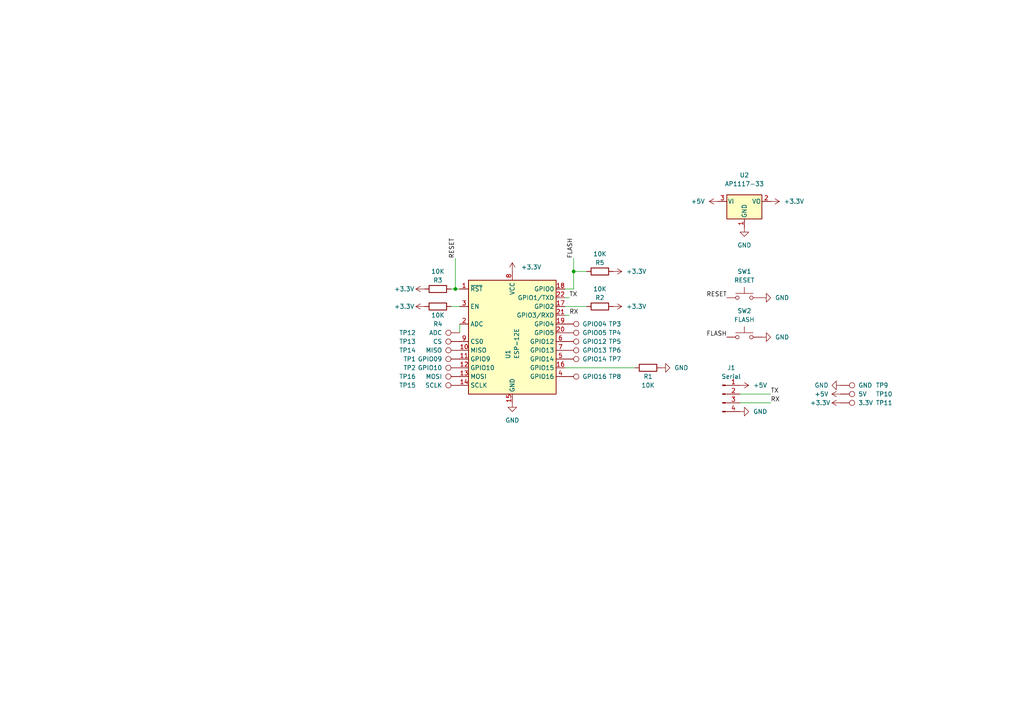
<source format=kicad_sch>
(kicad_sch (version 20230121) (generator eeschema)
  (paper "A4")
  (lib_symbols
    (symbol "Connector:Conn_01x04_Male" (pin_names (offset 1.016) hide)
      (property "Reference" "J" (at 0 5.08 0))
      (property "Value" "Conn_01x04_Male" (at 0 -7.62 0))
      (symbol "Conn_01x04_Male_1_1"
        (polyline (pts (xy 1.27 -5.08) (xy 0.8636 -5.08)) (stroke (width 0.1524)))
        (polyline (pts (xy 1.27 -2.54) (xy 0.8636 -2.54)) (stroke (width 0.1524)))
        (polyline (pts (xy 1.27 0) (xy 0.8636 0)) (stroke (width 0.1524)))
        (polyline (pts (xy 1.27 2.54) (xy 0.8636 2.54)) (stroke (width 0.1524)))
        (rectangle (start 0.8636 -4.953) (end 0 -5.207) (stroke (width 0.1524)) (fill (type outline)))
        (rectangle (start 0.8636 -2.413) (end 0 -2.667) (stroke (width 0.1524)) (fill (type outline)))
        (rectangle (start 0.8636 0.127) (end 0 -0.127) (stroke (width 0.1524)) (fill (type outline)))
        (rectangle (start 0.8636 2.667) (end 0 2.413) (stroke (width 0.1524)) (fill (type outline)))
        (pin passive line (at 5.08 2.54 180) (length 3.81) (name "Pin_1") (number "1"))
        (pin passive line (at 5.08 0 180) (length 3.81) (name "Pin_2") (number "2"))
        (pin passive line (at 5.08 -2.54 180) (length 3.81) (name "Pin_3") (number "3"))
        (pin passive line (at 5.08 -5.08 180) (length 3.81) (name "Pin_4") (number "4"))
      )
    )
    (symbol "Connector:TestPoint" (pin_numbers hide) (pin_names (offset 0.762) hide)
      (property "Reference" "TP" (at 0 6.858 0))
      (property "Value" "TestPoint" (at 0 5.08 0))
      (symbol "TestPoint_0_1"
        (circle (center 0 3.302) (radius 0.762))
      )
      (symbol "TestPoint_1_1"
        (pin passive line (at 0 0 90) (length 2.54) (name "1") (number "1"))
      )
    )
    (symbol "Device:R" (pin_numbers hide) (pin_names (offset 0))
      (property "Reference" "R" (at 2.032 0 90))
      (property "Value" "R" (at 0 0 90))
      (symbol "R_0_1"
        (rectangle (start -1.016 -2.54) (end 1.016 2.54) (stroke (width 0.254)))
      )
      (symbol "R_1_1"
        (pin passive line (at 0 3.81 270) (length 1.27) (name "~") (number "1"))
        (pin passive line (at 0 -3.81 90) (length 1.27) (name "~") (number "2"))
      )
    )
    (symbol "RF_Module:ESP-12E"
      (property "Reference" "U" (at -12.7 19.05 0))
      (property "Value" "ESP-12E" (at 12.7 19.05 0))
      (symbol "ESP-12E_0_1"
        (rectangle (start -12.7 17.78) (end 12.7 -15.24) (stroke (width 0.254)) (fill (type background)))
      )
      (symbol "ESP-12E_1_1"
        (pin input line (at -15.24 15.24 0) (length 2.54) (name "~{RST}") (number "1"))
        (pin bidirectional line (at -15.24 -2.54 0) (length 2.54) (name "MISO") (number "10"))
        (pin bidirectional line (at -15.24 -5.08 0) (length 2.54) (name "GPIO9") (number "11"))
        (pin bidirectional line (at -15.24 -7.62 0) (length 2.54) (name "GPIO10") (number "12"))
        (pin bidirectional line (at -15.24 -10.16 0) (length 2.54) (name "MOSI") (number "13"))
        (pin bidirectional line (at -15.24 -12.7 0) (length 2.54) (name "SCLK") (number "14"))
        (pin power_in line (at 0 -17.78 90) (length 2.54) (name "GND") (number "15"))
        (pin bidirectional line (at 15.24 -7.62 180) (length 2.54) (name "GPIO15") (number "16"))
        (pin bidirectional line (at 15.24 10.16 180) (length 2.54) (name "GPIO2") (number "17"))
        (pin bidirectional line (at 15.24 15.24 180) (length 2.54) (name "GPIO0") (number "18"))
        (pin bidirectional line (at 15.24 5.08 180) (length 2.54) (name "GPIO4") (number "19"))
        (pin input line (at -15.24 5.08 0) (length 2.54) (name "ADC") (number "2"))
        (pin bidirectional line (at 15.24 2.54 180) (length 2.54) (name "GPIO5") (number "20"))
        (pin bidirectional line (at 15.24 7.62 180) (length 2.54) (name "GPIO3/RXD") (number "21"))
        (pin bidirectional line (at 15.24 12.7 180) (length 2.54) (name "GPIO1/TXD") (number "22"))
        (pin input line (at -15.24 10.16 0) (length 2.54) (name "EN") (number "3"))
        (pin bidirectional line (at 15.24 -10.16 180) (length 2.54) (name "GPIO16") (number "4"))
        (pin bidirectional line (at 15.24 -5.08 180) (length 2.54) (name "GPIO14") (number "5"))
        (pin bidirectional line (at 15.24 0 180) (length 2.54) (name "GPIO12") (number "6"))
        (pin bidirectional line (at 15.24 -2.54 180) (length 2.54) (name "GPIO13") (number "7"))
        (pin power_in line (at 0 20.32 270) (length 2.54) (name "VCC") (number "8"))
        (pin input line (at -15.24 0 0) (length 2.54) (name "CS0") (number "9"))
      )
    )
    (symbol "Regulator_Linear:AP1117-33" (pin_names (offset 0.254))
      (property "Reference" "U" (at -3.81 3.175 0))
      (property "Value" "AP1117-33" (at 0 3.175 0))
      (symbol "AP1117-33_0_1"
        (rectangle (start -5.08 -5.08) (end 5.08 1.905) (stroke (width 0.254)) (fill (type background)))
      )
      (symbol "AP1117-33_1_1"
        (pin power_in line (at 0 -7.62 90) (length 2.54) (name "GND") (number "1"))
        (pin power_out line (at 7.62 0 180) (length 2.54) (name "VO") (number "2"))
        (pin power_in line (at -7.62 0 0) (length 2.54) (name "VI") (number "3"))
      )
    )
    (symbol "Switch:SW_Push" (pin_numbers hide) (pin_names (offset 1.016) hide)
      (property "Reference" "SW" (at 1.27 2.54 0))
      (property "Value" "SW_Push" (at 0 -1.524 0))
      (symbol "SW_Push_0_1"
        (circle (center -2.032 0) (radius 0.508))
        (polyline (pts (xy 0 1.27) (xy 0 3.048)))
        (polyline (pts (xy 2.54 1.27) (xy -2.54 1.27)))
        (circle (center 2.032 0) (radius 0.508))
        (pin passive line (at -5.08 0 0) (length 2.54) (name "1") (number "1"))
        (pin passive line (at 5.08 0 180) (length 2.54) (name "2") (number "2"))
      )
    )
    (symbol "power:+3.3V" (power) (pin_names (offset 0))
      (property "Value" "+3.3V" (at 0 3.556 0))
      (symbol "+3.3V_0_1"
        (polyline (pts (xy -0.762 1.27) (xy 0 2.54)))
        (polyline (pts (xy 0 0) (xy 0 2.54)))
        (polyline (pts (xy 0 2.54) (xy 0.762 1.27)))
      )
      (symbol "+3.3V_1_1"
        (pin power_in line (at 0 0 90) (length 0) hide (name "+3.3V") (number "1"))
      )
    )
    (symbol "power:+5V" (power) (pin_names (offset 0))
      (property "Value" "+5V" (at 0 3.556 0))
      (symbol "+5V_0_1"
        (polyline (pts (xy -0.762 1.27) (xy 0 2.54)))
        (polyline (pts (xy 0 0) (xy 0 2.54)))
        (polyline (pts (xy 0 2.54) (xy 0.762 1.27)))
      )
      (symbol "+5V_1_1"
        (pin power_in line (at 0 0 90) (length 0) hide (name "+5V") (number "1"))
      )
    )
    (symbol "power:GND" (power) (pin_names (offset 0))
      (property "Value" "GND" (at 0 -3.81 0))
      (symbol "GND_0_1"
        (polyline (pts (xy 0 0) (xy 0 -1.27) (xy 1.27 -1.27) (xy 0 -2.54) (xy -1.27 -1.27) (xy 0 -1.27)))
      )
      (symbol "GND_1_1"
        (pin power_in line (at 0 0 270) (length 0) hide (name "GND") (number "1"))
      )
    )
  )
  (junction (at 132.08 83.82))
  (junction (at 166.37 78.74))
  (wire (pts (xy 163.83 91.44) (xy 165.1 91.44)))
  (wire (pts (xy 133.35 93.98) (xy 133.35 96.52)))
  (wire (pts (xy 130.81 88.9) (xy 133.35 88.9)))
  (wire (pts (xy 170.18 88.9) (xy 163.83 88.9)))
  (wire (pts (xy 130.81 83.82) (xy 132.08 83.82)))
  (wire (pts (xy 166.37 74.93) (xy 166.37 78.74)))
  (wire (pts (xy 184.15 106.68) (xy 163.83 106.68)))
  (wire (pts (xy 223.52 114.3) (xy 214.63 114.3)))
  (wire (pts (xy 163.83 86.36) (xy 165.1 86.36)))
  (wire (pts (xy 166.37 83.82) (xy 166.37 78.74)))
  (wire (pts (xy 166.37 78.74) (xy 170.18 78.74)))
  (wire (pts (xy 163.83 83.82) (xy 166.37 83.82)))
  (wire (pts (xy 132.08 74.93) (xy 132.08 83.82)))
  (wire (pts (xy 132.08 83.82) (xy 133.35 83.82)))
  (wire (pts (xy 214.63 116.84) (xy 223.52 116.84)))
  (label "RESET" (at 132.08 74.93 90))
  (label "FLASH" (at 166.37 74.93 90))
  (label "TX" (at 165.1 86.36 0))
  (label "FLASH" (at 210.82 97.79 180))
  (label "RX" (at 223.52 116.84 0))
  (label "RESET" (at 210.82 86.36 180))
  (label "RX" (at 165.1 91.44 0))
  (label "TX" (at 223.52 114.3 0))
  (symbol (lib_id "power:+3.3V") (at 177.8 88.9 270) (unit 1)
    (property "Reference" "#PWR0103" (effects hide))
    (property "Value" "+3.3V" (at 181.61 88.8999 90) (effects (justify left)))
  )
  (symbol (lib_id "Device:R") (at 173.99 78.74 90) (unit 1)
    (property "Reference" "R5" (at 173.99 76.2 90))
    (property "Value" "10K" (at 173.99 73.66 90))
    (property "Footprint" "Resistor_SMD:R_1206_3216Metric_Pad1.30x1.75mm_HandSolder" (effects hide))
  )
  (symbol (lib_id "Switch:SW_Push") (at 215.9 86.36 0) (unit 1)
    (property "Reference" "SW1" (at 215.9 78.74 0))
    (property "Value" "RESET" (at 215.9 81.28 0))
    (property "Footprint" "Button_Switch_SMD:SW_SPST_FSMSM" (effects hide))
  )
  (symbol (lib_id "Connector:TestPoint") (at 133.35 104.14 90) (unit 1)
    (property "Reference" "TP1" (at 120.65 104.1399 90) (effects (justify left)))
    (property "Value" "GPIO09" (at 128.27 104.14 90) (effects (justify left)))
    (property "Footprint" "TestPoint:TestPoint_Pad_D2.0mm" (effects hide))
  )
  (symbol (lib_id "Device:R") (at 127 88.9 90) (unit 1)
    (property "Reference" "R4" (at 127 93.98 90))
    (property "Value" "10K" (at 127 91.44 90))
    (property "Footprint" "Resistor_SMD:R_1206_3216Metric_Pad1.30x1.75mm_HandSolder" (effects hide))
  )
  (symbol (lib_id "power:GND") (at 148.59 116.84 0) (unit 1)
    (property "Reference" "#PWR0101" (effects hide))
    (property "Value" "GND" (at 148.59 121.92 0))
  )
  (symbol (lib_id "power:+5V") (at 208.28 58.42 90) (unit 1)
    (property "Reference" "#PWR0111" (effects hide))
    (property "Value" "+5V" (at 204.47 58.4199 90) (effects (justify left)))
  )
  (symbol (lib_id "Connector:TestPoint") (at 163.83 109.22 270) (unit 1)
    (property "Reference" "TP8" (at 176.53 109.2201 90) (effects (justify left)))
    (property "Value" "GPIO16" (at 168.91 109.22 90) (effects (justify left)))
    (property "Footprint" "TestPoint:TestPoint_Pad_D2.0mm" (effects hide))
  )
  (symbol (lib_id "Connector:TestPoint") (at 163.83 104.14 270) (unit 1)
    (property "Reference" "TP7" (at 176.53 104.1401 90) (effects (justify left)))
    (property "Value" "GPIO14" (at 168.91 104.14 90) (effects (justify left)))
    (property "Footprint" "TestPoint:TestPoint_Pad_D2.0mm" (effects hide))
  )
  (symbol (lib_id "Connector:TestPoint") (at 133.35 99.06 90) (unit 1)
    (property "Reference" "TP13" (at 120.65 99.06 90) (effects (justify left)))
    (property "Value" "CS" (at 128.27 99.06 90) (effects (justify left)))
    (property "Footprint" "TestPoint:TestPoint_Pad_D2.0mm" (effects hide))
  )
  (symbol (lib_id "Connector:TestPoint") (at 133.35 109.22 90) (unit 1)
    (property "Reference" "TP16" (at 120.65 109.22 90) (effects (justify left)))
    (property "Value" "MOSI" (at 128.27 109.22 90) (effects (justify left)))
    (property "Footprint" "TestPoint:TestPoint_Pad_D2.0mm" (effects hide))
  )
  (symbol (lib_id "power:GND") (at 215.9 66.04 0) (unit 1)
    (property "Reference" "#PWR0110" (effects hide))
    (property "Value" "GND" (at 215.9 71.12 0))
  )
  (symbol (lib_id "power:+3.3V") (at 123.19 88.9 90) (unit 1)
    (property "Reference" "#PWR0104" (effects hide))
    (property "Value" "+3.3V" (at 114.3 88.9 90) (effects (justify right)))
  )
  (symbol (lib_id "Device:R") (at 127 83.82 90) (unit 1)
    (property "Reference" "R3" (at 127 81.28 90))
    (property "Value" "10K" (at 127 78.74 90))
    (property "Footprint" "Resistor_SMD:R_1206_3216Metric_Pad1.30x1.75mm_HandSolder" (effects hide))
  )
  (symbol (lib_id "power:GND") (at 220.98 97.79 90) (unit 1)
    (property "Reference" "#PWR0109" (effects hide))
    (property "Value" "GND" (at 224.79 97.7899 90) (effects (justify right)))
  )
  (symbol (lib_id "Device:R") (at 173.99 88.9 90) (unit 1)
    (property "Reference" "R2" (at 173.99 86.36 90))
    (property "Value" "10K" (at 173.99 83.82 90))
    (property "Footprint" "Resistor_SMD:R_1206_3216Metric_Pad1.30x1.75mm_HandSolder" (effects hide))
  )
  (symbol (lib_id "Connector:TestPoint") (at 243.84 114.3 270) (unit 1)
    (property "Reference" "TP10" (at 254 114.3 90) (effects (justify left)))
    (property "Value" "5V" (at 248.92 114.3 90) (effects (justify left)))
    (property "Footprint" "TestPoint:TestPoint_Pad_D2.0mm" (effects hide))
  )
  (symbol (lib_id "Connector:TestPoint") (at 133.35 101.6 90) (unit 1)
    (property "Reference" "TP14" (at 120.65 101.6 90) (effects (justify left)))
    (property "Value" "MISO" (at 128.27 101.6 90) (effects (justify left)))
    (property "Footprint" "TestPoint:TestPoint_Pad_D2.0mm" (effects hide))
  )
  (symbol (lib_id "power:GND") (at 191.77 106.68 90) (unit 1)
    (property "Reference" "#PWR0102" (effects hide))
    (property "Value" "GND" (at 195.58 106.6799 90) (effects (justify right)))
  )
  (symbol (lib_id "Connector:TestPoint") (at 243.84 116.84 270) (unit 1)
    (property "Reference" "TP11" (at 254 116.84 90) (effects (justify left)))
    (property "Value" "3.3V" (at 248.92 116.84 90) (effects (justify left)))
    (property "Footprint" "TestPoint:TestPoint_Pad_D2.0mm" (effects hide))
  )
  (symbol (lib_id "power:+3.3V") (at 148.59 78.74 0) (unit 1)
    (property "Reference" "#PWR0107" (effects hide))
    (property "Value" "+3.3V" (at 151.13 77.4699 0) (effects (justify left)))
  )
  (symbol (lib_id "power:+5V") (at 243.84 114.3 90) (unit 1)
    (property "Reference" "#PWR0115" (effects hide))
    (property "Value" "+5V" (at 236.22 114.3 90) (effects (justify right)))
  )
  (symbol (lib_id "Connector:TestPoint") (at 133.35 111.76 90) (unit 1)
    (property "Reference" "TP15" (at 120.65 111.76 90) (effects (justify left)))
    (property "Value" "SCLK" (at 128.27 111.76 90) (effects (justify left)))
    (property "Footprint" "TestPoint:TestPoint_Pad_D2.0mm" (effects hide))
  )
  (symbol (lib_id "Connector:TestPoint") (at 133.35 96.52 90) (unit 1)
    (property "Reference" "TP12" (at 120.65 96.52 90) (effects (justify left)))
    (property "Value" "ADC" (at 128.27 96.52 90) (effects (justify left)))
    (property "Footprint" "TestPoint:TestPoint_Pad_D2.0mm" (effects hide))
  )
  (symbol (lib_id "power:+5V") (at 214.63 111.76 270) (unit 1)
    (property "Reference" "#PWR0113" (effects hide))
    (property "Value" "+5V" (at 218.44 111.7599 90) (effects (justify left)))
  )
  (symbol (lib_id "power:GND") (at 220.98 86.36 90) (unit 1)
    (property "Reference" "#PWR0108" (effects hide))
    (property "Value" "GND" (at 224.79 86.3599 90) (effects (justify right)))
  )
  (symbol (lib_id "Connector:TestPoint") (at 243.84 111.76 270) (unit 1)
    (property "Reference" "TP9" (at 254 111.76 90) (effects (justify left)))
    (property "Value" "GND" (at 248.92 111.76 90) (effects (justify left)))
    (property "Footprint" "TestPoint:TestPoint_Pad_D2.0mm" (effects hide))
  )
  (symbol (lib_id "Connector:Conn_01x04_Male") (at 209.55 114.3 0) (unit 1)
    (property "Reference" "J1" (at 212.09 106.68 0))
    (property "Value" "Serial" (at 212.09 109.22 0))
    (property "Footprint" "Connector_PinHeader_2.54mm:PinHeader_1x04_P2.54mm_Vertical" (effects hide))
  )
  (symbol (lib_id "Connector:TestPoint") (at 163.83 99.06 270) (unit 1)
    (property "Reference" "TP5" (at 176.53 99.0601 90) (effects (justify left)))
    (property "Value" "GPIO12" (at 168.91 99.06 90) (effects (justify left)))
    (property "Footprint" "TestPoint:TestPoint_Pad_D2.0mm" (effects hide))
  )
  (symbol (lib_id "Connector:TestPoint") (at 163.83 101.6 270) (unit 1)
    (property "Reference" "TP6" (at 176.53 101.6001 90) (effects (justify left)))
    (property "Value" "GPIO13" (at 168.91 101.6 90) (effects (justify left)))
    (property "Footprint" "TestPoint:TestPoint_Pad_D2.0mm" (effects hide))
  )
  (symbol (lib_id "Connector:TestPoint") (at 163.83 96.52 270) (unit 1)
    (property "Reference" "TP4" (at 176.53 96.5201 90) (effects (justify left)))
    (property "Value" "GPIO05" (at 168.91 96.52 90) (effects (justify left)))
    (property "Footprint" "TestPoint:TestPoint_Pad_D2.0mm" (effects hide))
  )
  (symbol (lib_id "Regulator_Linear:AP1117-33") (at 215.9 58.42 0) (unit 1)
    (property "Reference" "U2" (at 215.9 50.8 0))
    (property "Value" "AP1117-33" (at 215.9 53.34 0))
    (property "Footprint" "Package_TO_SOT_SMD:SOT-223-3_TabPin2" (effects hide))
    (property "Datasheet" "http://www.diodes.com/datasheets/AP1117.pdf" (effects hide))
  )
  (symbol (lib_id "power:+3.3V") (at 177.8 78.74 270) (unit 1)
    (property "Reference" "#PWR0106" (effects hide))
    (property "Value" "+3.3V" (at 181.61 78.7399 90) (effects (justify left)))
  )
  (symbol (lib_id "power:+3.3V") (at 223.52 58.42 270) (unit 1)
    (property "Reference" "#PWR0112" (effects hide))
    (property "Value" "+3.3V" (at 227.33 58.4199 90) (effects (justify left)))
  )
  (symbol (lib_id "Connector:TestPoint") (at 133.35 106.68 90) (unit 1)
    (property "Reference" "TP2" (at 120.65 106.6799 90) (effects (justify left)))
    (property "Value" "GPIO10" (at 128.27 106.68 90) (effects (justify left)))
    (property "Footprint" "TestPoint:TestPoint_Pad_D2.0mm" (effects hide))
  )
  (symbol (lib_id "RF_Module:ESP-12E") (at 148.59 99.06 0) (unit 1)
    (property "Reference" "U1" (at 147.32 104.14 90) (effects (justify left)))
    (property "Value" "ESP-12E" (at 149.86 104.14 90) (effects (justify left)))
    (property "Footprint" "RF_Module:ESP-12E" (effects hide))
    (property "Datasheet" "http://wiki.ai-thinker.com/_media/esp8266/esp8266_series_modules_user_manual_v1.1.pdf" (effects hide))
  )
  (symbol (lib_id "power:GND") (at 214.63 119.38 90) (unit 1)
    (property "Reference" "#PWR0114" (effects hide))
    (property "Value" "GND" (at 218.44 119.3799 90) (effects (justify right)))
  )
  (symbol (lib_id "Switch:SW_Push") (at 215.9 97.79 0) (unit 1)
    (property "Reference" "SW2" (at 215.9 90.17 0))
    (property "Value" "FLASH" (at 215.9 92.71 0))
    (property "Footprint" "Button_Switch_SMD:SW_SPST_FSMSM" (effects hide))
  )
  (symbol (lib_id "power:GND") (at 243.84 111.76 270) (unit 1)
    (property "Reference" "#PWR0117" (effects hide))
    (property "Value" "GND" (at 236.22 111.76 90) (effects (justify left)))
  )
  (symbol (lib_id "power:+3.3V") (at 123.19 83.82 90) (unit 1)
    (property "Reference" "#PWR0105" (effects hide))
    (property "Value" "+3.3V" (at 114.3 83.82 90) (effects (justify right)))
  )
  (symbol (lib_id "Connector:TestPoint") (at 163.83 93.98 270) (unit 1)
    (property "Reference" "TP3" (at 176.53 93.9801 90) (effects (justify left)))
    (property "Value" "GPIO04" (at 168.91 93.98 90) (effects (justify left)))
    (property "Footprint" "TestPoint:TestPoint_Pad_D2.0mm" (effects hide))
  )
  (symbol (lib_id "power:+3.3V") (at 243.84 116.84 90) (unit 1)
    (property "Reference" "#PWR0116" (effects hide))
    (property "Value" "+3.3V" (at 234.95 116.84 90) (effects (justify right)))
  )
  (symbol (lib_id "Device:R") (at 187.96 106.68 270) (unit 1)
    (property "Reference" "R1" (at 187.96 109.22 90))
    (property "Value" "10K" (at 187.96 111.76 90))
    (property "Footprint" "Resistor_SMD:R_1206_3216Metric_Pad1.30x1.75mm_HandSolder" (effects hide))
  )
)
</source>
